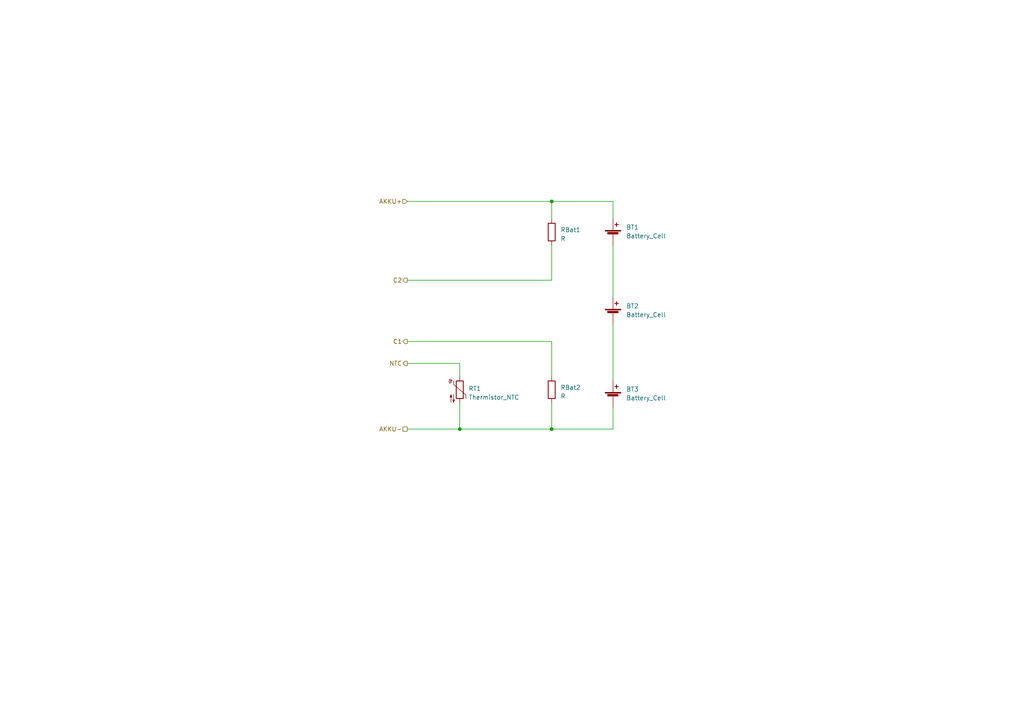
<source format=kicad_sch>
(kicad_sch (version 20230121) (generator eeschema)
  (paper "A4")
  (lib_symbols
    (symbol "Device:Battery_Cell" (pin_numbers hide) (pin_names (offset 0) hide)
      (property "Reference" "BT" (at 2.54 2.54 0))
      (property "Value" "Battery_Cell" (at 2.54 0 0))
      (symbol "Battery_Cell_0_1"
        (rectangle (start -2.286 1.778) (end 2.286 1.524) (fill (type outline)))
        (rectangle (start -1.5748 1.1938) (end 1.4732 0.6858) (fill (type outline)))
        (polyline (pts (xy 0 0.762) (xy 0 0)))
        (polyline (pts (xy 0 1.778) (xy 0 2.54)))
        (polyline (pts (xy 0.508 3.429) (xy 1.524 3.429)) (stroke (width 0.254)))
        (polyline (pts (xy 1.016 3.937) (xy 1.016 2.921)) (stroke (width 0.254)))
      )
      (symbol "Battery_Cell_1_1"
        (pin passive line (at 0 5.08 270) (length 2.54) (name "+") (number "1"))
        (pin passive line (at 0 -2.54 90) (length 2.54) (name "-") (number "2"))
      )
    )
    (symbol "Device:R" (pin_numbers hide) (pin_names (offset 0))
      (property "Reference" "R" (at 2.032 0 90))
      (property "Value" "R" (at 0 0 90))
      (symbol "R_0_1"
        (rectangle (start -1.016 -2.54) (end 1.016 2.54) (stroke (width 0.254)))
      )
      (symbol "R_1_1"
        (pin passive line (at 0 3.81 270) (length 1.27) (name "~") (number "1"))
        (pin passive line (at 0 -3.81 90) (length 1.27) (name "~") (number "2"))
      )
    )
    (symbol "Device:Thermistor_NTC" (pin_numbers hide) (pin_names (offset 0))
      (property "Reference" "TH" (at -4.445 0 90))
      (property "Value" "Thermistor_NTC" (at 3.175 0 90))
      (symbol "Thermistor_NTC_0_1"
        (arc (start -3.048 2.159) (mid -3.0495 2.3143) (end -3.175 2.413))
        (arc (start -3.048 2.159) (mid -2.9736 1.9794) (end -2.794 1.905))
        (arc (start -3.048 2.794) (mid -2.9736 2.6144) (end -2.794 2.54))
        (arc (start -2.794 1.905) (mid -2.6144 1.9794) (end -2.54 2.159))
        (arc (start -2.794 2.54) (mid -2.4393 2.5587) (end -2.159 2.794))
        (arc (start -2.794 3.048) (mid -2.9736 2.9736) (end -3.048 2.794))
        (arc (start -2.54 2.794) (mid -2.6144 2.9736) (end -2.794 3.048))
        (rectangle (start -1.016 2.54) (end 1.016 -2.54) (stroke (width 0.254)))
        (polyline (pts (xy -2.54 2.159) (xy -2.54 2.794)))
        (polyline (pts (xy -1.778 2.54) (xy -1.778 1.524) (xy 1.778 -1.524) (xy 1.778 -2.54)))
        (polyline (pts (xy -2.54 -3.683) (xy -2.54 -1.397) (xy -2.794 -2.159) (xy -2.286 -2.159) (xy -2.54 -1.397) (xy -2.54 -1.651)) (fill (type outline)))
        (polyline (pts (xy -1.778 -1.397) (xy -1.778 -3.683) (xy -2.032 -2.921) (xy -1.524 -2.921) (xy -1.778 -3.683) (xy -1.778 -3.429)) (fill (type outline)))
      )
      (symbol "Thermistor_NTC_1_1"
        (pin passive line (at 0 3.81 270) (length 1.27) (name "~") (number "1"))
        (pin passive line (at 0 -3.81 90) (length 1.27) (name "~") (number "2"))
      )
    )
  )
  (junction (at 160.02 58.42))
  (junction (at 160.02 124.46))
  (junction (at 133.35 124.46))
  (wire (pts (xy 118.11 105.41) (xy 133.35 105.41)))
  (wire (pts (xy 177.8 93.98) (xy 177.8 110.49)))
  (wire (pts (xy 133.35 116.84) (xy 133.35 124.46)))
  (wire (pts (xy 118.11 124.46) (xy 133.35 124.46)))
  (wire (pts (xy 118.11 81.28) (xy 160.02 81.28)))
  (wire (pts (xy 160.02 81.28) (xy 160.02 71.12)))
  (wire (pts (xy 160.02 124.46) (xy 177.8 124.46)))
  (wire (pts (xy 177.8 58.42) (xy 177.8 63.5)))
  (wire (pts (xy 118.11 99.06) (xy 160.02 99.06)))
  (wire (pts (xy 133.35 124.46) (xy 160.02 124.46)))
  (wire (pts (xy 177.8 71.12) (xy 177.8 86.36)))
  (wire (pts (xy 118.11 58.42) (xy 160.02 58.42)))
  (wire (pts (xy 160.02 99.06) (xy 160.02 109.22)))
  (wire (pts (xy 160.02 58.42) (xy 177.8 58.42)))
  (wire (pts (xy 160.02 58.42) (xy 160.02 63.5)))
  (wire (pts (xy 160.02 116.84) (xy 160.02 124.46)))
  (wire (pts (xy 177.8 124.46) (xy 177.8 118.11)))
  (wire (pts (xy 133.35 105.41) (xy 133.35 109.22)))
  (hierarchical_label "C2" (shape output) (at 118.11 81.28 180))
  (hierarchical_label "AKKU-" (shape passive) (at 118.11 124.46 180))
  (hierarchical_label "C1" (shape output) (at 118.11 99.06 180))
  (hierarchical_label "AKKU+" (shape input) (at 118.11 58.42 180))
  (hierarchical_label "NTC" (shape output) (at 118.11 105.41 180))
  (symbol (lib_id "Device:Battery_Cell") (at 177.8 68.58 0) (unit 1) (on_board no)
    (property "Reference" "BT1" (at 181.61 65.913 0) (effects (justify left)))
    (property "Value" "Battery_Cell" (at 181.61 68.453 0) (effects (justify left)))
  )
  (symbol (lib_id "Device:R") (at 160.02 113.03 0) (unit 1) (on_board no)
    (property "Reference" "RBat2" (at 162.56 112.395 0) (effects (justify left)))
    (property "Value" "R" (at 162.56 114.935 0) (effects (justify left)))
    (property "Footprint" "Resistor_THT:R_Axial_DIN0207_L6.3mm_D2.5mm_P10.16mm_Horizontal" (effects hide))
  )
  (symbol (lib_id "Device:Battery_Cell") (at 177.8 91.44 0) (unit 1) (on_board no)
    (property "Reference" "BT2" (at 181.61 88.773 0) (effects (justify left)))
    (property "Value" "Battery_Cell" (at 181.61 91.313 0) (effects (justify left)))
  )
  (symbol (lib_id "Device:Battery_Cell") (at 177.8 115.57 0) (unit 1) (on_board no)
    (property "Reference" "BT3" (at 181.61 112.903 0) (effects (justify left)))
    (property "Value" "Battery_Cell" (at 181.61 115.443 0) (effects (justify left)))
  )
  (symbol (lib_id "Device:R") (at 160.02 67.31 0) (unit 1) (on_board no)
    (property "Reference" "RBat1" (at 162.56 66.675 0) (effects (justify left)))
    (property "Value" "R" (at 162.56 69.215 0) (effects (justify left)))
    (property "Footprint" "Resistor_THT:R_Axial_DIN0207_L6.3mm_D2.5mm_P10.16mm_Horizontal" (effects hide))
  )
  (symbol (lib_id "Device:Thermistor_NTC") (at 133.35 113.03 0) (unit 1) (on_board no)
    (property "Reference" "RT1" (at 135.89 112.7125 0) (effects (justify left)))
    (property "Value" "Thermistor_NTC" (at 135.89 115.2525 0) (effects (justify left)))
  )
)
</source>
